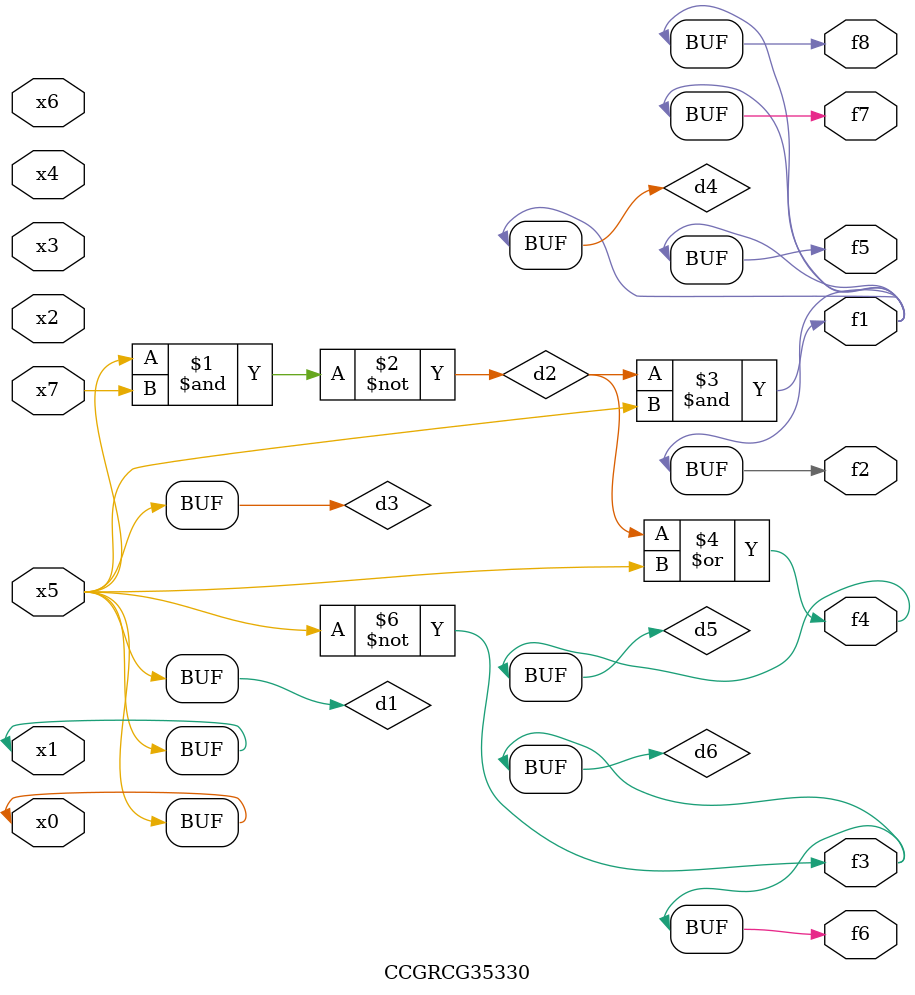
<source format=v>
module CCGRCG35330(
	input x0, x1, x2, x3, x4, x5, x6, x7,
	output f1, f2, f3, f4, f5, f6, f7, f8
);

	wire d1, d2, d3, d4, d5, d6;

	buf (d1, x0, x5);
	nand (d2, x5, x7);
	buf (d3, x0, x1);
	and (d4, d2, d3);
	or (d5, d2, d3);
	nor (d6, d1, d3);
	assign f1 = d4;
	assign f2 = d4;
	assign f3 = d6;
	assign f4 = d5;
	assign f5 = d4;
	assign f6 = d6;
	assign f7 = d4;
	assign f8 = d4;
endmodule

</source>
